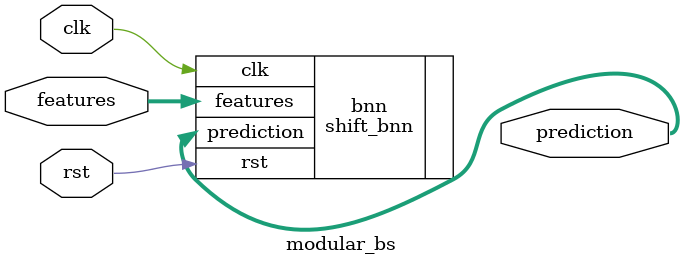
<source format=v>
`ifndef DUTNAME
`define DUTNAME modular_bs
parameter FEAT_CNT = 4;
parameter FEAT_BITS = 4;
parameter HIDDEN_CNT = 4;
parameter CLASS_CNT = 4;
`define WEIGHTS0 0
`define WEIGHTS1 0
`else
    `include `BSTRINGS
`endif
module `DUTNAME #(
`ifdef PARAMS
`include `PARAMS
`endif
  ) (
  input clk,
  input rst,
  input [FEAT_CNT*FEAT_BITS-1:0] features,
  output [$clog2(CLASS_CNT)-1:0] prediction
  );

  localparam Weights0 = `WEIGHTS0 ;
  localparam Weights1 = `WEIGHTS1 ;

  shift_bnn #(.FEAT_CNT(FEAT_CNT),.FEAT_BITS(FEAT_BITS),.HIDDEN_CNT(HIDDEN_CNT),.CLASS_CNT(CLASS_CNT),.Weights0(Weights0),.Weights1(Weights1)) bnn (
    .clk(clk),
    .rst(rst),
    .features(features),
    .prediction(prediction)
  );

endmodule

</source>
